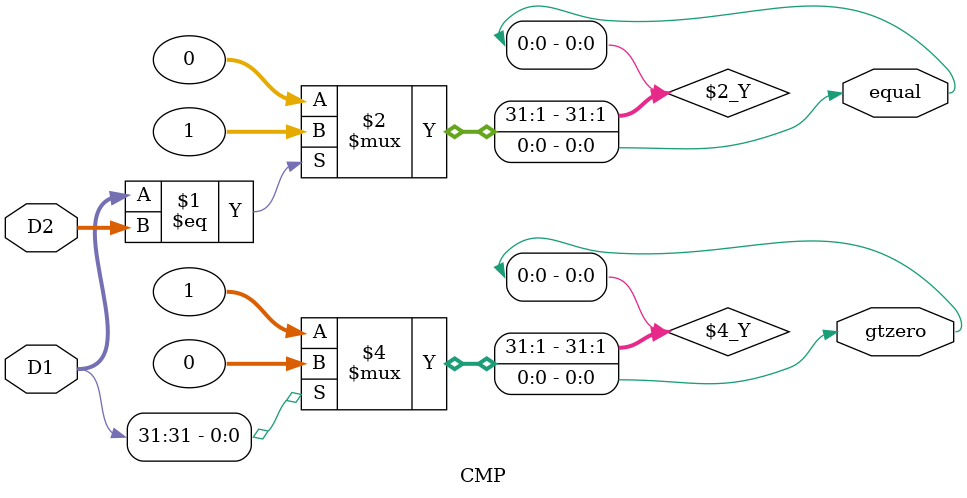
<source format=v>
`timescale 1ns / 1ps
module CMP(
    input [31:0] D1,
	 input [31:0] D2,
	 output equal,
	 output gtzero
    );
	 
	 assign equal = D1 == D2 ? 1 : 0;
	 assign gtzero = D1[31] == 1'b1 ? 0 : 1;

endmodule

</source>
